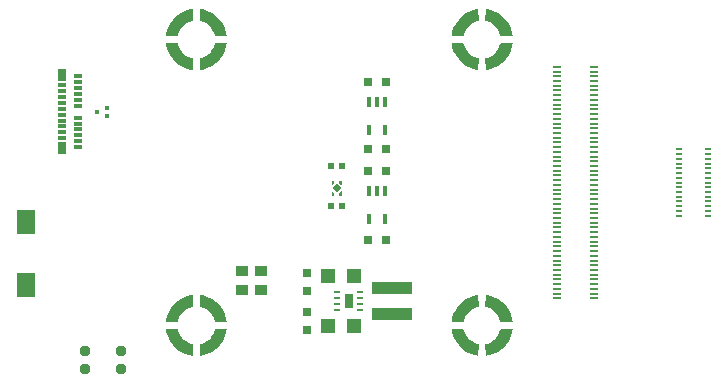
<source format=gbp>
G04*
G04 #@! TF.GenerationSoftware,Altium Limited,Altium Designer,19.1.7 (138)*
G04*
G04 Layer_Color=128*
%FSLAX25Y25*%
%MOIN*%
G70*
G01*
G75*
%ADD25R,0.02441X0.02441*%
%ADD30R,0.03937X0.03543*%
%ADD82R,0.02756X0.05118*%
%ADD83R,0.01968X0.00984*%
%ADD84R,0.01181X0.01181*%
%ADD85R,0.01575X0.03543*%
%ADD86R,0.02756X0.01181*%
%ADD87R,0.02756X0.03937*%
G04:AMPARAMS|DCode=88|XSize=31.5mil|YSize=31.5mil|CornerRadius=7.87mil|HoleSize=0mil|Usage=FLASHONLY|Rotation=90.000|XOffset=0mil|YOffset=0mil|HoleType=Round|Shape=RoundedRectangle|*
%AMROUNDEDRECTD88*
21,1,0.03150,0.01575,0,0,90.0*
21,1,0.01575,0.03150,0,0,90.0*
1,1,0.01575,0.00787,0.00787*
1,1,0.01575,0.00787,-0.00787*
1,1,0.01575,-0.00787,-0.00787*
1,1,0.01575,-0.00787,0.00787*
%
%ADD88ROUNDEDRECTD88*%
%ADD89R,0.05906X0.07874*%
%ADD90R,0.00591X0.00591*%
%ADD91R,0.00591X0.00591*%
%ADD92P,0.02673X4X270.0*%
%ADD93R,0.02953X0.00866*%
%ADD94R,0.01968X0.00866*%
%ADD95R,0.13386X0.03937*%
%ADD96R,0.02992X0.02756*%
%ADD97R,0.02756X0.02992*%
%ADD98R,0.04500X0.05000*%
G36*
X162686Y124757D02*
X162216Y124655D01*
X161305Y124346D01*
X160453Y123902D01*
X159678Y123334D01*
X158998Y122655D01*
X158430Y121880D01*
X157986Y121027D01*
X157677Y120117D01*
X157576Y119647D01*
X153620Y119801D01*
X153723Y120645D01*
X154206Y122276D01*
X154952Y123805D01*
X155940Y125190D01*
X157143Y126393D01*
X158528Y127381D01*
X160057Y128126D01*
X161688Y128610D01*
X162532Y128713D01*
X162532D01*
X162686Y124757D01*
D02*
G37*
G36*
X67410D02*
X66940Y124655D01*
X66030Y124346D01*
X65177Y123902D01*
X64402Y123334D01*
X63723Y122655D01*
X63155Y121880D01*
X62711Y121027D01*
X62402Y120117D01*
X62300Y119647D01*
X58344Y119801D01*
X58448Y120645D01*
X58931Y122276D01*
X59676Y123805D01*
X60664Y125190D01*
X61867Y126393D01*
X63252Y127381D01*
X64781Y128126D01*
X66412Y128610D01*
X67256Y128713D01*
X67256D01*
X67410Y124757D01*
D02*
G37*
G36*
X165871Y128610D02*
X167502Y128126D01*
X169031Y127381D01*
X170416Y126393D01*
X171619Y125190D01*
X172607Y123805D01*
X173353Y122276D01*
X173836Y120645D01*
X173939Y119801D01*
X169983Y119647D01*
X169881Y120117D01*
X169572Y121027D01*
X169129Y121880D01*
X168561Y122655D01*
X167881Y123334D01*
X167106Y123902D01*
X166253Y124346D01*
X165343Y124655D01*
X164873Y124757D01*
X164873D01*
X165027Y128713D01*
X165871Y128610D01*
D02*
G37*
G36*
X157576Y119647D02*
X157576Y119647D01*
Y119647D01*
X157576D01*
D02*
G37*
G36*
X70596Y128610D02*
X72227Y128126D01*
X73756Y127381D01*
X75141Y126393D01*
X76343Y125190D01*
X77331Y123805D01*
X78077Y122276D01*
X78560Y120645D01*
X78664Y119801D01*
X74707Y119647D01*
X74606Y120117D01*
X74297Y121027D01*
X73853Y121880D01*
X73285Y122655D01*
X72605Y123334D01*
X71830Y123902D01*
X70978Y124346D01*
X70068Y124655D01*
X69598Y124757D01*
X69598D01*
X69751Y128713D01*
X70596Y128610D01*
D02*
G37*
G36*
X62300Y119647D02*
X62300Y119647D01*
Y119647D01*
X62300D01*
D02*
G37*
G36*
X157677Y116989D02*
X157986Y116079D01*
X158430Y115227D01*
X158998Y114452D01*
X159678Y113772D01*
X160453Y113204D01*
X161305Y112760D01*
X162216Y112451D01*
X162686Y112350D01*
Y112350D01*
Y112350D01*
D01*
X162532Y108393D01*
X161688Y108497D01*
X160057Y108980D01*
X158528Y109726D01*
X157143Y110714D01*
X155940Y111916D01*
X154952Y113301D01*
X154206Y114830D01*
X153723Y116462D01*
X153620Y117306D01*
X153620Y117306D01*
X157576Y117459D01*
X157677Y116989D01*
D02*
G37*
G36*
X62402D02*
X62711Y116079D01*
X63155Y115227D01*
X63723Y114452D01*
X64402Y113772D01*
X65177Y113204D01*
X66030Y112760D01*
X66940Y112451D01*
X67410Y112350D01*
Y112350D01*
Y112350D01*
D01*
X67256Y108393D01*
X66412Y108497D01*
X64781Y108980D01*
X63252Y109726D01*
X61867Y110714D01*
X60664Y111916D01*
X59676Y113301D01*
X58931Y114830D01*
X58448Y116462D01*
X58344Y117306D01*
X58344Y117306D01*
X62300Y117459D01*
X62402Y116989D01*
D02*
G37*
G36*
X173939Y117306D02*
X173836Y116462D01*
X173353Y114830D01*
X172607Y113301D01*
X171619Y111916D01*
X170416Y110714D01*
X169031Y109726D01*
X167502Y108980D01*
X165871Y108497D01*
X165027Y108393D01*
Y108393D01*
X164873Y112350D01*
X165343Y112451D01*
X166253Y112760D01*
X167106Y113204D01*
X167881Y113772D01*
X168561Y114452D01*
X169129Y115227D01*
X169572Y116079D01*
X169881Y116989D01*
X169983Y117459D01*
X173939Y117306D01*
D02*
G37*
G36*
X78664D02*
X78560Y116462D01*
X78077Y114830D01*
X77331Y113301D01*
X76343Y111916D01*
X75141Y110714D01*
X73756Y109726D01*
X72227Y108980D01*
X70596Y108497D01*
X69751Y108393D01*
Y108393D01*
X69598Y112350D01*
X70068Y112451D01*
X70978Y112760D01*
X71830Y113204D01*
X72605Y113772D01*
X73285Y114452D01*
X73853Y115227D01*
X74297Y116079D01*
X74606Y116989D01*
X74707Y117459D01*
X78664Y117306D01*
D02*
G37*
G36*
X117023Y69924D02*
X116905D01*
X116196Y70633D01*
Y71342D01*
X117023D01*
Y69924D01*
D02*
G37*
G36*
X114464Y70633D02*
X113755Y69924D01*
X113637D01*
Y71342D01*
X114464D01*
Y70633D01*
D02*
G37*
G36*
X117023Y66539D02*
X116196D01*
Y67247D01*
X116905Y67956D01*
X117023D01*
Y66539D01*
D02*
G37*
G36*
X114464Y67247D02*
Y66539D01*
X113637D01*
Y67956D01*
X113755D01*
X114464Y67247D01*
D02*
G37*
G36*
X162686Y29481D02*
X162216Y29380D01*
X161305Y29071D01*
X160453Y28627D01*
X159678Y28059D01*
X158998Y27379D01*
X158430Y26604D01*
X157986Y25752D01*
X157677Y24841D01*
X157576Y24371D01*
X153620Y24525D01*
X153723Y25369D01*
X154206Y27000D01*
X154952Y28529D01*
X155940Y29914D01*
X157143Y31117D01*
X158528Y32105D01*
X160057Y32851D01*
X161688Y33334D01*
X162532Y33437D01*
X162532D01*
X162686Y29481D01*
D02*
G37*
G36*
X67410D02*
X66940Y29380D01*
X66030Y29071D01*
X65177Y28627D01*
X64402Y28059D01*
X63723Y27379D01*
X63155Y26604D01*
X62711Y25752D01*
X62402Y24841D01*
X62300Y24371D01*
X58344Y24525D01*
X58448Y25369D01*
X58931Y27000D01*
X59676Y28529D01*
X60664Y29914D01*
X61867Y31117D01*
X63252Y32105D01*
X64781Y32851D01*
X66412Y33334D01*
X67256Y33437D01*
X67256D01*
X67410Y29481D01*
D02*
G37*
G36*
X165871Y33334D02*
X167502Y32851D01*
X169031Y32105D01*
X170416Y31117D01*
X171619Y29914D01*
X172607Y28529D01*
X173353Y27000D01*
X173836Y25369D01*
X173939Y24525D01*
X169983Y24371D01*
X169881Y24841D01*
X169572Y25752D01*
X169129Y26604D01*
X168561Y27379D01*
X167881Y28059D01*
X167106Y28627D01*
X166253Y29071D01*
X165343Y29380D01*
X164873Y29481D01*
X164873D01*
X165027Y33437D01*
X165871Y33334D01*
D02*
G37*
G36*
X157576Y24371D02*
X157576Y24371D01*
Y24371D01*
X157576D01*
D02*
G37*
G36*
X70596Y33334D02*
X72227Y32851D01*
X73756Y32105D01*
X75141Y31117D01*
X76343Y29914D01*
X77331Y28529D01*
X78077Y27000D01*
X78560Y25369D01*
X78664Y24525D01*
X74707Y24371D01*
X74606Y24841D01*
X74297Y25752D01*
X73853Y26604D01*
X73285Y27379D01*
X72605Y28059D01*
X71830Y28627D01*
X70978Y29071D01*
X70068Y29380D01*
X69598Y29481D01*
X69598D01*
X69751Y33437D01*
X70596Y33334D01*
D02*
G37*
G36*
X62300Y24371D02*
X62300Y24371D01*
Y24371D01*
X62300D01*
D02*
G37*
G36*
X157677Y21714D02*
X157986Y20804D01*
X158430Y19951D01*
X158998Y19176D01*
X159678Y18497D01*
X160453Y17928D01*
X161305Y17484D01*
X162216Y17176D01*
X162686Y17074D01*
Y17074D01*
Y17074D01*
D01*
X162532Y13118D01*
X161688Y13221D01*
X160057Y13704D01*
X158528Y14450D01*
X157143Y15438D01*
X155940Y16641D01*
X154952Y18026D01*
X154206Y19555D01*
X153723Y21186D01*
X153620Y22030D01*
X153620Y22030D01*
X157576Y22184D01*
X157677Y21714D01*
D02*
G37*
G36*
X62402D02*
X62711Y20804D01*
X63155Y19951D01*
X63723Y19176D01*
X64402Y18497D01*
X65177Y17928D01*
X66030Y17484D01*
X66940Y17176D01*
X67410Y17074D01*
Y17074D01*
Y17074D01*
D01*
X67256Y13118D01*
X66412Y13221D01*
X64781Y13704D01*
X63252Y14450D01*
X61867Y15438D01*
X60664Y16641D01*
X59676Y18026D01*
X58931Y19555D01*
X58448Y21186D01*
X58344Y22030D01*
X58344Y22030D01*
X62300Y22184D01*
X62402Y21714D01*
D02*
G37*
G36*
X173939Y22030D02*
X173836Y21186D01*
X173353Y19555D01*
X172607Y18026D01*
X171619Y16641D01*
X170416Y15438D01*
X169031Y14450D01*
X167502Y13704D01*
X165871Y13221D01*
X165027Y13118D01*
Y13118D01*
X164873Y17074D01*
X165343Y17176D01*
X166253Y17484D01*
X167106Y17928D01*
X167881Y18497D01*
X168561Y19176D01*
X169129Y19951D01*
X169572Y20804D01*
X169881Y21714D01*
X169983Y22184D01*
X173939Y22030D01*
D02*
G37*
G36*
X78664D02*
X78560Y21186D01*
X78077Y19555D01*
X77331Y18026D01*
X76343Y16641D01*
X75141Y15438D01*
X73756Y14450D01*
X72227Y13704D01*
X70596Y13221D01*
X69751Y13118D01*
Y13118D01*
X69598Y17074D01*
X70068Y17176D01*
X70978Y17484D01*
X71830Y17928D01*
X72605Y18497D01*
X73285Y19176D01*
X73853Y19951D01*
X74297Y20804D01*
X74606Y21714D01*
X74707Y22184D01*
X78664Y22030D01*
D02*
G37*
D25*
X113558Y76381D02*
D03*
X117102D02*
D03*
X117008Y62948D02*
D03*
X113464D02*
D03*
D30*
X90013Y35002D02*
D03*
Y41301D02*
D03*
X83663Y35137D02*
D03*
Y41437D02*
D03*
D82*
X119317Y31417D02*
D03*
D83*
X123057Y34370D02*
D03*
Y32401D02*
D03*
Y30433D02*
D03*
Y28464D02*
D03*
X115576Y34370D02*
D03*
Y32401D02*
D03*
Y30433D02*
D03*
Y28464D02*
D03*
D84*
X38637Y95870D02*
D03*
Y93115D02*
D03*
X35290Y94492D02*
D03*
D85*
X128706Y97880D02*
D03*
X126147D02*
D03*
Y88432D02*
D03*
X131265Y97880D02*
D03*
Y88432D02*
D03*
X131265Y58590D02*
D03*
Y68039D02*
D03*
X126147Y58590D02*
D03*
Y68039D02*
D03*
X128706D02*
D03*
D86*
X28992Y102362D02*
D03*
Y104331D02*
D03*
Y82677D02*
D03*
Y88583D02*
D03*
Y90551D02*
D03*
Y92520D02*
D03*
Y96457D02*
D03*
Y98425D02*
D03*
Y100394D02*
D03*
Y106299D02*
D03*
X23874Y99410D02*
D03*
Y97441D02*
D03*
Y91536D02*
D03*
Y89567D02*
D03*
X28992Y86614D02*
D03*
Y84646D02*
D03*
X23874Y103347D02*
D03*
Y101378D02*
D03*
Y95473D02*
D03*
Y93504D02*
D03*
Y87599D02*
D03*
Y85630D02*
D03*
D87*
Y106693D02*
D03*
Y82284D02*
D03*
D88*
X31496Y14764D02*
D03*
Y8858D02*
D03*
X43307Y14764D02*
D03*
Y8858D02*
D03*
D89*
X11811Y57874D02*
D03*
Y36614D02*
D03*
D90*
X114031Y66932D02*
D03*
D91*
X116629D02*
D03*
X114031Y70948D02*
D03*
X116629D02*
D03*
D92*
X115330Y68940D02*
D03*
D93*
X201043Y40157D02*
D03*
Y38583D02*
D03*
Y35433D02*
D03*
Y33858D02*
D03*
Y54331D02*
D03*
Y52756D02*
D03*
X188720Y49606D02*
D03*
Y48031D02*
D03*
Y40157D02*
D03*
Y38583D02*
D03*
X201043Y103149D02*
D03*
Y101575D02*
D03*
Y107874D02*
D03*
Y106299D02*
D03*
Y98425D02*
D03*
Y96850D02*
D03*
X188720Y98425D02*
D03*
Y96850D02*
D03*
Y103149D02*
D03*
Y101575D02*
D03*
Y107874D02*
D03*
Y106299D02*
D03*
Y109449D02*
D03*
Y104724D02*
D03*
Y100000D02*
D03*
Y95275D02*
D03*
Y93701D02*
D03*
Y92126D02*
D03*
Y90551D02*
D03*
Y88976D02*
D03*
Y87401D02*
D03*
Y85827D02*
D03*
Y84252D02*
D03*
Y82677D02*
D03*
Y81102D02*
D03*
Y79527D02*
D03*
Y77953D02*
D03*
Y76378D02*
D03*
Y74803D02*
D03*
Y73228D02*
D03*
Y71653D02*
D03*
Y70079D02*
D03*
Y68504D02*
D03*
Y66929D02*
D03*
Y65354D02*
D03*
Y63779D02*
D03*
Y62205D02*
D03*
Y60630D02*
D03*
Y59055D02*
D03*
Y57480D02*
D03*
Y55905D02*
D03*
Y54331D02*
D03*
Y52756D02*
D03*
Y51181D02*
D03*
Y46457D02*
D03*
Y41732D02*
D03*
Y37008D02*
D03*
Y35433D02*
D03*
Y33858D02*
D03*
Y32283D02*
D03*
X201043Y109449D02*
D03*
Y104724D02*
D03*
Y100000D02*
D03*
Y95275D02*
D03*
Y93701D02*
D03*
Y92126D02*
D03*
Y90551D02*
D03*
Y88976D02*
D03*
Y87401D02*
D03*
Y85827D02*
D03*
Y84252D02*
D03*
Y82677D02*
D03*
Y81102D02*
D03*
Y79527D02*
D03*
Y77953D02*
D03*
Y76378D02*
D03*
Y74803D02*
D03*
Y73228D02*
D03*
Y71653D02*
D03*
Y70079D02*
D03*
Y68504D02*
D03*
Y66929D02*
D03*
Y65354D02*
D03*
Y63779D02*
D03*
Y62205D02*
D03*
Y60630D02*
D03*
Y59055D02*
D03*
Y57480D02*
D03*
Y55905D02*
D03*
Y51181D02*
D03*
Y46457D02*
D03*
Y41732D02*
D03*
Y37008D02*
D03*
Y32283D02*
D03*
Y49606D02*
D03*
Y48031D02*
D03*
Y44882D02*
D03*
Y43307D02*
D03*
X188720D02*
D03*
Y44882D02*
D03*
D94*
X238976Y75590D02*
D03*
Y74016D02*
D03*
X229528Y75590D02*
D03*
Y78740D02*
D03*
Y81890D02*
D03*
Y80315D02*
D03*
Y77165D02*
D03*
Y74016D02*
D03*
Y72441D02*
D03*
Y70866D02*
D03*
Y69291D02*
D03*
Y67716D02*
D03*
Y66142D02*
D03*
Y64567D02*
D03*
Y62992D02*
D03*
Y61417D02*
D03*
Y59842D02*
D03*
X238976D02*
D03*
Y61417D02*
D03*
Y62992D02*
D03*
Y64567D02*
D03*
Y66142D02*
D03*
Y67716D02*
D03*
Y69291D02*
D03*
Y70866D02*
D03*
Y72441D02*
D03*
Y77165D02*
D03*
Y78740D02*
D03*
Y80315D02*
D03*
Y81890D02*
D03*
D95*
X133597Y26949D02*
D03*
Y35610D02*
D03*
D96*
X105271Y34756D02*
D03*
Y40756D02*
D03*
X105271Y27753D02*
D03*
Y21753D02*
D03*
D97*
X125706Y74708D02*
D03*
X131706D02*
D03*
X131706Y51795D02*
D03*
X125706D02*
D03*
X131706Y104255D02*
D03*
X125706D02*
D03*
X131706Y82133D02*
D03*
X125706D02*
D03*
D98*
X121225Y39729D02*
D03*
X112563D02*
D03*
X121225Y22997D02*
D03*
X112563D02*
D03*
M02*

</source>
